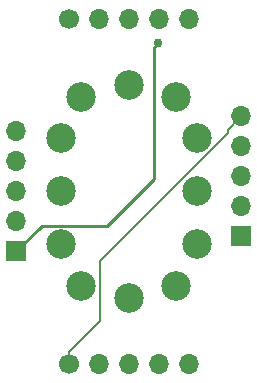
<source format=gbl>
G04 #@! TF.FileFunction,Copper,L2,Bot,Signal*
%FSLAX46Y46*%
G04 Gerber Fmt 4.6, Leading zero omitted, Abs format (unit mm)*
G04 Created by KiCad (PCBNEW 4.0.4-stable) date 12/10/17 21:58:31*
%MOMM*%
%LPD*%
G01*
G04 APERTURE LIST*
%ADD10C,0.100000*%
%ADD11C,2.500000*%
%ADD12C,1.700000*%
%ADD13O,1.700000X1.700000*%
%ADD14R,1.700000X1.700000*%
%ADD15C,0.762000*%
%ADD16C,0.254000*%
%ADD17C,0.177800*%
G04 APERTURE END LIST*
D10*
D11*
X0Y9000000D03*
X-4000000Y8000000D03*
X-5750000Y4500000D03*
X-5750000Y0D03*
X5750000Y0D03*
X5750000Y4500000D03*
X4000000Y8000000D03*
X-5750000Y-4500000D03*
X5750000Y-4500000D03*
X0Y-9000000D03*
X4000000Y-8000000D03*
X-4000000Y-8000000D03*
D12*
X-5080000Y14605000D03*
D13*
X-2540000Y14605000D03*
X0Y14605000D03*
X2540000Y14605000D03*
X5080000Y14605000D03*
D14*
X-9525000Y-5080000D03*
D13*
X-9525000Y-2540000D03*
X-9525000Y0D03*
X-9525000Y2540000D03*
X-9525000Y5080000D03*
D12*
X-5080000Y-14605000D03*
D13*
X-2540000Y-14605000D03*
X0Y-14605000D03*
X2540000Y-14605000D03*
X5080000Y-14605000D03*
D14*
X9525000Y-3810000D03*
D13*
X9525000Y-1270000D03*
X9525000Y1270000D03*
X9525000Y3810000D03*
X9525000Y6350000D03*
D15*
X2514600Y12547600D03*
D16*
X2514600Y12547600D02*
X2133601Y12166601D01*
X2133601Y12166601D02*
X2133601Y1049639D01*
X2133601Y1049639D02*
X-1839037Y-2922999D01*
X-1839037Y-2922999D02*
X-7367999Y-2922999D01*
X-7367999Y-2922999D02*
X-9525000Y-5080000D01*
D17*
X9525000Y6350000D02*
X8386099Y5211099D01*
X8386099Y5211099D02*
X8386099Y4913673D01*
X8386099Y4913673D02*
X-2461099Y-5933525D01*
X-2461099Y-5933525D02*
X-2461099Y-10958299D01*
X-2461099Y-10958299D02*
X-5080000Y-13577200D01*
X-5080000Y-13577200D02*
X-5080000Y-14605000D01*
M02*

</source>
